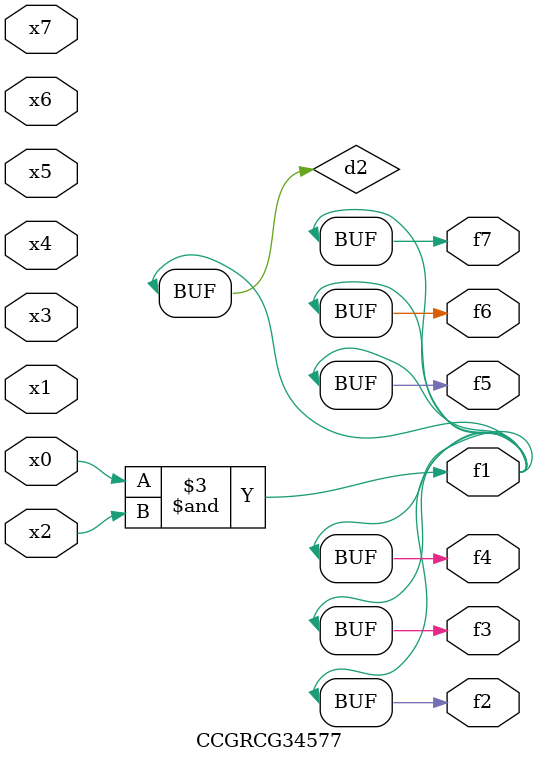
<source format=v>
module CCGRCG34577(
	input x0, x1, x2, x3, x4, x5, x6, x7,
	output f1, f2, f3, f4, f5, f6, f7
);

	wire d1, d2;

	nor (d1, x3, x6);
	and (d2, x0, x2);
	assign f1 = d2;
	assign f2 = d2;
	assign f3 = d2;
	assign f4 = d2;
	assign f5 = d2;
	assign f6 = d2;
	assign f7 = d2;
endmodule

</source>
